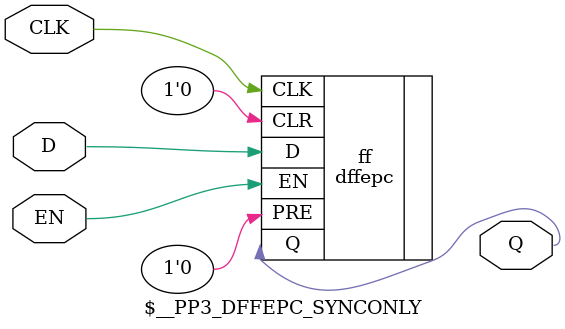
<source format=v>
/*(* abc9_box, lib_whitebox *)
module \$__AP3_CARRY_WRAPPER (
  (* abc9_carry *)
  output CO,
  output O,
  input A,
  B,
  (* abc9_carry *)
  input CI,
  input I2,
  I3
);
  parameter LUT = 0;
  parameter I2_IS_CI = 0;
  wire I2_OR_CI = I2_IS_CI ? CI : I2;
  QL_CARRY carry (
    .I0(A),
    .I1(B),
    .CI(CI),
    .CO(CO)
  );
  LUT4 #(
    .INIT(LUT)
  ) adder (
    .I0(A),
    .I1(B),
    .I2(I2_OR_CI),
    .I3(I3),
    .O(O)
  );
endmodule */

(* abc9_flop, lib_whitebox *)
module \$__PP3_DFFEPC_SYNCONLY (
  output reg Q,
  input D,
  input CLK,
  input EN,
);

dffepc ff (.Q(Q), .D(D), .CLK(CLK), .EN(EN), .PRE(1'b0), .CLR(1'b0));

endmodule

</source>
